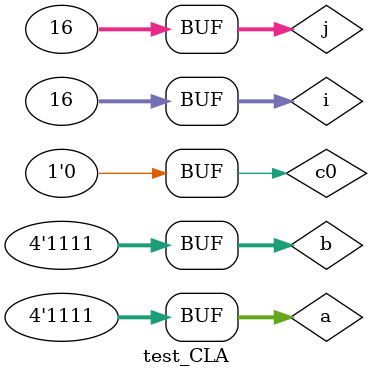
<source format=v>
module test_CLA();

//Inputs
reg [3:0] a;
reg [3:0] b;
reg c0;

//Outputs
wire [3:0] s;
wire [3:0] c;
integer i;
integer j;


CLA Adder(a[3],a[2],a[1],a[0],b[3],b[2],b[1],b[0],c0,c[0],c[1],c[2],c[3],s[0],s[1],s[2],s[3]);

initial 
    begin
    c0 = 0;
    a = 0;
    b = 0;
    $dumpfile("CLA.vcd");
    $dumpvars(0, test_CLA);
    $monitor($time, " a3=%b, a2=%b, a1=%b, a0=%b, b3=%b, b2=%b, b1=%b, b0=%b, c0=%b, c4=%b, c3=%b, c2=%b, c1=%b, s3=%b, s2=%b, s1=%b, s0=%b", a[3],a[2],a[1],a[0],b[3],b[2],b[1],b[0],c[0],c[3],c[2],c[1],c[0],s[3],s[2],s[1],s[0]);
        for (i = 0; i < 16; i = i + 1) begin
            for(j = 0; j < 16; j = j +1) begin
            a = i;
            b = j; #5;
            end
        end
    end
endmodule
</source>
